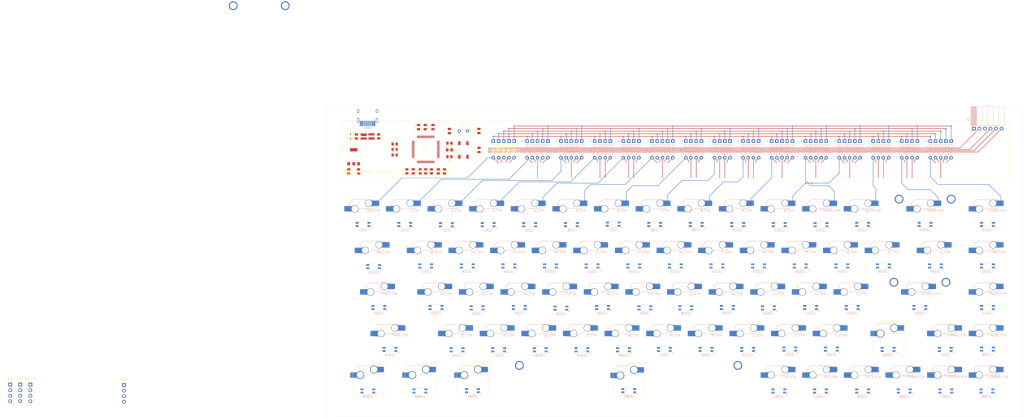
<source format=kicad_pcb>
(kicad_pcb
	(version 20241229)
	(generator "pcbnew")
	(generator_version "9.0")
	(general
		(thickness 1.6)
		(legacy_teardrops no)
	)
	(paper "A3")
	(layers
		(0 "F.Cu" signal)
		(4 "In1.Cu" signal)
		(6 "In2.Cu" signal)
		(2 "B.Cu" signal)
		(9 "F.Adhes" user "F.Adhesive")
		(11 "B.Adhes" user "B.Adhesive")
		(13 "F.Paste" user)
		(15 "B.Paste" user)
		(5 "F.SilkS" user "F.Silkscreen")
		(7 "B.SilkS" user "B.Silkscreen")
		(1 "F.Mask" user)
		(3 "B.Mask" user)
		(17 "Dwgs.User" user "User.Drawings")
		(19 "Cmts.User" user "User.Comments")
		(21 "Eco1.User" user "User.Eco1")
		(23 "Eco2.User" user "User.Eco2")
		(25 "Edge.Cuts" user)
		(27 "Margin" user)
		(31 "F.CrtYd" user "F.Courtyard")
		(29 "B.CrtYd" user "B.Courtyard")
		(35 "F.Fab" user)
		(33 "B.Fab" user)
		(39 "User.1" user)
		(41 "User.2" user)
		(43 "User.3" user)
		(45 "User.4" user)
		(47 "User.5" user)
		(49 "User.6" user)
		(51 "User.7" user)
		(53 "User.8" user)
		(55 "User.9" user)
	)
	(setup
		(stackup
			(layer "F.SilkS"
				(type "Top Silk Screen")
			)
			(layer "F.Paste"
				(type "Top Solder Paste")
			)
			(layer "F.Mask"
				(type "Top Solder Mask")
				(thickness 0.01)
			)
			(layer "F.Cu"
				(type "copper")
				(thickness 0.035)
			)
			(layer "dielectric 1"
				(type "prepreg")
				(thickness 0.1)
				(material "FR4")
				(epsilon_r 4.5)
				(loss_tangent 0.02)
			)
			(layer "In1.Cu"
				(type "copper")
				(thickness 0.035)
			)
			(layer "dielectric 2"
				(type "core")
				(thickness 1.24)
				(material "FR4")
				(epsilon_r 4.5)
				(loss_tangent 0.02)
			)
			(layer "In2.Cu"
				(type "copper")
				(thickness 0.035)
			)
			(layer "dielectric 3"
				(type "prepreg")
				(thickness 0.1)
				(material "FR4")
				(epsilon_r 4.5)
				(loss_tangent 0.02)
			)
			(layer "B.Cu"
				(type "copper")
				(thickness 0.035)
			)
			(layer "B.Mask"
				(type "Bottom Solder Mask")
				(thickness 0.01)
			)
			(layer "B.Paste"
				(type "Bottom Solder Paste")
			)
			(layer "B.SilkS"
				(type "Bottom Silk Screen")
			)
			(copper_finish "HAL lead-free")
			(dielectric_constraints no)
		)
		(pad_to_mask_clearance 0)
		(allow_soldermask_bridges_in_footprints no)
		(tenting front back)
		(grid_origin 44.85125 47.625)
		(pcbplotparams
			(layerselection 0x00000000_00000000_55555555_5755f5ff)
			(plot_on_all_layers_selection 0x00000000_00000000_00000000_00000000)
			(disableapertmacros no)
			(usegerberextensions no)
			(usegerberattributes yes)
			(usegerberadvancedattributes yes)
			(creategerberjobfile yes)
			(dashed_line_dash_ratio 12.000000)
			(dashed_line_gap_ratio 3.000000)
			(svgprecision 4)
			(plotframeref no)
			(mode 1)
			(useauxorigin no)
			(hpglpennumber 1)
			(hpglpenspeed 20)
			(hpglpendiameter 15.000000)
			(pdf_front_fp_property_popups yes)
			(pdf_back_fp_property_popups yes)
			(pdf_metadata yes)
			(pdf_single_document no)
			(dxfpolygonmode yes)
			(dxfimperialunits yes)
			(dxfusepcbnewfont yes)
			(psnegative no)
			(psa4output no)
			(plot_black_and_white yes)
			(sketchpadsonfab no)
			(plotpadnumbers no)
			(hidednponfab no)
			(sketchdnponfab yes)
			(crossoutdnponfab yes)
			(subtractmaskfromsilk no)
			(outputformat 1)
			(mirror no)
			(drillshape 1)
			(scaleselection 1)
			(outputdirectory "")
		)
	)
	(net 0 "")
	(net 1 "GND")
	(net 2 "+3.3V")
	(net 3 "+5V")
	(net 4 "Net-(D3-A)")
	(net 5 "Net-(D4-A)")
	(net 6 "Net-(D5-A)")
	(net 7 "Net-(D6-A)")
	(net 8 "Net-(D7-A)")
	(net 9 "Net-(D8-A)")
	(net 10 "Net-(D9-A)")
	(net 11 "Net-(D10-A)")
	(net 12 "Net-(D11-A)")
	(net 13 "Net-(D12-A)")
	(net 14 "Net-(D13-A)")
	(net 15 "Net-(D14-A)")
	(net 16 "Net-(D15-A)")
	(net 17 "Net-(D16-A)")
	(net 18 "Net-(D17-A)")
	(net 19 "Net-(D18-A)")
	(net 20 "Net-(D19-A)")
	(net 21 "Net-(D20-A)")
	(net 22 "Net-(D21-A)")
	(net 23 "Net-(D22-A)")
	(net 24 "Net-(D23-A)")
	(net 25 "Net-(D29-A)")
	(net 26 "Net-(D30-A)")
	(net 27 "Net-(D31-A)")
	(net 28 "Net-(D32-A)")
	(net 29 "Net-(D33-A)")
	(net 30 "Net-(D24-A)")
	(net 31 "Net-(D25-A)")
	(net 32 "Net-(D26-A)")
	(net 33 "Net-(D27-A)")
	(net 34 "Net-(D28-A)")
	(net 35 "Net-(D34-A)")
	(net 36 "/COL2")
	(net 37 "/COL3")
	(net 38 "/COL4")
	(net 39 "/COL5")
	(net 40 "/COL1")
	(net 41 "Net-(LED1-DOUT)")
	(net 42 "unconnected-(LED1-VDD-Pad1)")
	(net 43 "Net-(U1-OSCIN)")
	(net 44 "Net-(U1-OSCOUT)")
	(net 45 "Net-(U1-VCAP)")
	(net 46 "/NRST")
	(net 47 "/D+")
	(net 48 "/D-")
	(net 49 "/ROW1")
	(net 50 "/ROW2")
	(net 51 "/ROW3")
	(net 52 "/ROW4")
	(net 53 "/ROW5")
	(net 54 "Net-(D35-A)")
	(net 55 "unconnected-(LED1-VSS-Pad4)")
	(net 56 "/UART_TX_EAST")
	(net 57 "/UART_RX_EAST")
	(net 58 "Net-(U1-VDDA)")
	(net 59 "/RGB_DATAIN")
	(net 60 "Net-(D36-A)")
	(net 61 "Net-(D37-A)")
	(net 62 "Net-(D38-A)")
	(net 63 "Net-(D39-A)")
	(net 64 "Net-(D40-A)")
	(net 65 "Net-(D41-A)")
	(net 66 "Net-(D42-A)")
	(net 67 "Net-(D43-A)")
	(net 68 "Net-(D44-A)")
	(net 69 "Net-(D45-A)")
	(net 70 "Net-(D46-A)")
	(net 71 "Net-(D47-A)")
	(net 72 "Net-(D48-A)")
	(net 73 "Net-(D50-A)")
	(net 74 "Net-(D51-A)")
	(net 75 "Net-(D52-A)")
	(net 76 "Net-(D53-A)")
	(net 77 "Net-(D54-A)")
	(net 78 "Net-(D55-A)")
	(net 79 "Net-(D56-A)")
	(net 80 "Net-(D57-A)")
	(net 81 "Net-(D58-A)")
	(net 82 "/UART_TX_NORTH")
	(net 83 "/UART_RX_NORTH")
	(net 84 "Net-(USB1-CC2)")
	(net 85 "Net-(USB1-CC1)")
	(net 86 "Net-(U1-PA11)")
	(net 87 "Net-(U1-PA12)")
	(net 88 "Net-(U1-BOOT)")
	(net 89 "/JTCLK")
	(net 90 "Net-(J1-Pin_2)")
	(net 91 "/JTMS")
	(net 92 "Net-(J1-Pin_4)")
	(net 93 "Net-(J1-Pin_5)")
	(net 94 "Net-(J1-Pin_6)")
	(net 95 "/SWO")
	(net 96 "/UART_TX_SOUTH")
	(net 97 "/UART_RX_SOUTH")
	(net 98 "unconnected-(U1-PB12-Pad33)")
	(net 99 "AGND")
	(net 100 "Net-(D59-A)")
	(net 101 "/UART_TX_WEST")
	(net 102 "unconnected-(U1-PC14-Pad3)")
	(net 103 "unconnected-(U1-PC15-Pad4)")
	(net 104 "Net-(D60-A)")
	(net 105 "Net-(D61-A)")
	(net 106 "Net-(D62-A)")
	(net 107 "unconnected-(U1-PC1-Pad9)")
	(net 108 "unconnected-(U1-PC3-Pad11)")
	(net 109 "Net-(D64-A)")
	(net 110 "unconnected-(U1-PC2-Pad10)")
	(net 111 "Net-(D65-A)")
	(net 112 "Net-(D68-A)")
	(net 113 "/UART_RX_WEST")
	(net 114 "Net-(D71-A)")
	(net 115 "Net-(D72-A)")
	(net 116 "Net-(D73-A)")
	(net 117 "unconnected-(U1-PC0-Pad8)")
	(net 118 "unconnected-(U1-PC13-Pad2)")
	(net 119 "Net-(D2-A)")
	(net 120 "unconnected-(USB1-SBU2-Pad3)")
	(net 121 "unconnected-(USB1-SBU1-Pad9)")
	(net 122 "unconnected-(U1-PB8-Pad61)")
	(net 123 "unconnected-(U1-PB9-Pad62)")
	(net 124 "Net-(D74-A)")
	(net 125 "Net-(D75-A)")
	(net 126 "Net-(D76-A)")
	(net 127 "/COL12")
	(net 128 "/COL9")
	(net 129 "/COL10")
	(net 130 "/COL11")
	(net 131 "/COL6")
	(net 132 "/COL7")
	(net 133 "/COL8")
	(net 134 "/COL14")
	(net 135 "/COL13")
	(net 136 "/COL15")
	(net 137 "unconnected-(U1-PC4-Pad24)")
	(net 138 "unconnected-(LED1-DIN-Pad3)")
	(net 139 "Net-(LED2-DOUT)")
	(net 140 "unconnected-(LED2-VSS-Pad4)")
	(net 141 "unconnected-(LED2-VDD-Pad1)")
	(net 142 "unconnected-(LED3-VSS-Pad4)")
	(net 143 "unconnected-(LED3-VDD-Pad1)")
	(net 144 "Net-(LED3-DOUT)")
	(net 145 "unconnected-(LED4-VDD-Pad1)")
	(net 146 "unconnected-(LED4-VSS-Pad4)")
	(net 147 "Net-(LED4-DOUT)")
	(net 148 "unconnected-(LED5-VDD-Pad1)")
	(net 149 "Net-(LED5-DOUT)")
	(net 150 "unconnected-(LED5-VSS-Pad4)")
	(net 151 "unconnected-(LED6-VDD-Pad1)")
	(net 152 "unconnected-(LED6-VSS-Pad4)")
	(net 153 "Net-(LED6-DOUT)")
	(net 154 "unconnected-(LED7-VDD-Pad1)")
	(net 155 "unconnected-(LED7-VSS-Pad4)")
	(net 156 "Net-(LED7-DOUT)")
	(net 157 "Net-(LED8-DOUT)")
	(net 158 "unconnected-(LED8-VDD-Pad1)")
	(net 159 "unconnected-(LED8-VSS-Pad4)")
	(net 160 "Net-(LED10-DIN)")
	(net 161 "unconnected-(LED9-VDD-Pad1)")
	(net 162 "unconnected-(LED9-VSS-Pad4)")
	(net 163 "Net-(LED10-DOUT)")
	(net 164 "unconnected-(LED10-VDD-Pad1)")
	(net 165 "unconnected-(LED10-VSS-Pad4)")
	(net 166 "Net-(LED11-DOUT)")
	(net 167 "unconnected-(LED11-VDD-Pad1)")
	(net 168 "unconnected-(LED11-VSS-Pad4)")
	(net 169 "unconnected-(LED12-VDD-Pad1)")
	(net 170 "unconnected-(LED12-VSS-Pad4)")
	(net 171 "Net-(LED12-DOUT)")
	(net 172 "Net-(LED13-DOUT)")
	(net 173 "unconnected-(LED13-VSS-Pad4)")
	(net 174 "unconnected-(LED13-VDD-Pad1)")
	(net 175 "unconnected-(LED14-VDD-Pad1)")
	(net 176 "Net-(LED14-DOUT)")
	(net 177 "unconnected-(LED14-VSS-Pad4)")
	(net 178 "unconnected-(LED15-VSS-Pad4)")
	(net 179 "Net-(LED15-DOUT)")
	(net 180 "unconnected-(LED15-VDD-Pad1)")
	(net 181 "Net-(LED16-DOUT)")
	(net 182 "unconnected-(LED16-VDD-Pad1)")
	(net 183 "unconnected-(LED16-VSS-Pad4)")
	(net 184 "unconnected-(LED17-VDD-Pad1)")
	(net 185 "unconnected-(LED17-VSS-Pad4)")
	(net 186 "Net-(LED17-DOUT)")
	(net 187 "unconnected-(LED18-VDD-Pad1)")
	(net 188 "unconnected-(LED18-VSS-Pad4)")
	(net 189 "Net-(LED18-DOUT)")
	(net 190 "Net-(LED19-DOUT)")
	(net 191 "unconnected-(LED19-VDD-Pad1)")
	(net 192 "unconnected-(LED19-VSS-Pad4)")
	(net 193 "unconnected-(LED20-VSS-Pad4)")
	(net 194 "unconnected-(LED20-VDD-Pad1)")
	(net 195 "Net-(LED20-DOUT)")
	(net 196 "unconnected-(LED21-VSS-Pad4)")
	(net 197 "unconnected-(LED21-VDD-Pad1)")
	(net 198 "Net-(LED21-DOUT)")
	(net 199 "unconnected-(LED22-VSS-Pad4)")
	(net 200 "Net-(LED22-DOUT)")
	(net 201 "unconnected-(LED22-VDD-Pad1)")
	(net 202 "Net-(LED23-DOUT)")
	(net 203 "unconnected-(LED23-VDD-Pad1)")
	(net 204 "unconnected-(LED23-VSS-Pad4)")
	(net 205 "unconnected-(LED24-VDD-Pad1)")
	(net 206 "Net-(LED24-DOUT)")
	(net 207 "unconnected-(LED24-VSS-Pad4)")
	(net 208 "unconnected-(LED25-VSS-Pad4)")
	(net 209 "unconnected-(LED25-VDD-Pad1)")
	(net 210 "Net-(LED25-DOUT)")
	(net 211 "Net-(LED26-DOUT)")
	(net 212 "unconnected-(LED26-VSS-Pad4)")
	(net 213 "unconnected-(LED26-VDD-Pad1)")
	(net 214 "unconnected-(LED27-VSS-Pad4)")
	(net 215 "unconnected-(LED27-VDD-Pad1)")
	(net 216 "Net-(LED27-DOUT)")
	(net 217 "unconnected-(LED28-VSS-Pad4)")
	(net 218 "unconnected-(LED28-VDD-Pad1)")
	(net 219 "Net-(LED28-DOUT)")
	(net 220 "unconnected-(LED29-VDD-Pad1)")
	(net 221 "Net-(LED29-DOUT)")
	(net 222 "unconnected-(LED29-VSS-Pad4)")
	(net 223 "Net-(LED30-DOUT)")
	(net 224 "unconnected-(LED30-VSS-Pad4)")
	(net 225 "unconnected-(LED30-VDD-Pad1)")
	(net 226 "Net-(LED31-DOUT)")
	(net 227 "unconnected-(LED31-VSS-Pad4)")
	(net 228 "unconnected-(LED31-VDD-Pad1)")
	(net 229 "unconnected-(LED32-VSS-Pad4)")
	(net 230 "unconnected-(LED32-VDD-Pad1)")
	(net 231 "Net-(LED32-DOUT)")
	(net 232 "unconnected-(LED33-VSS-Pad4)")
	(net 233 "unconnected-(LED33-VDD-Pad1)")
	(net 234 "Net-(LED33-DOUT)")
	(net 235 "unconnected-(LED34-VDD-Pad1)")
	(net 236 "Net-(LED34-DOUT)")
	(net 237 "unconnected-(LED34-VSS-Pad4)")
	(net 238 "unconnected-(LED35-VSS-Pad4)")
	(net 239 "Net-(LED35-DOUT)")
	(net 240 "unconnected-(LED35-VDD-Pad1)")
	(net 241 "Net-(LED36-DOUT)")
	(net 242 "unconnected-(LED36-VDD-Pad1)")
	(net 243 "unconnected-(LED36-VSS-Pad4)")
	(net 244 "unconnected-(LED37-VSS-Pad4)")
	(net 245 "unconnected-(LED37-VDD-Pad1)")
	(net 246 "Net-(LED37-DOUT)")
	(net 247 "unconnected-(LED38-VSS-Pad4)")
	(net 248 "unconnected-(LED38-VDD-Pad1)")
	(net 249 "Net-(LED38-DOUT)")
	(net 250 "unconnected-(LED39-VDD-Pad1)")
	(net 251 "Net-(LED39-DOUT)")
	(net 252 "unconnected-(LED39-VSS-Pad4)")
	(net 253 "Net-(LED40-DOUT)")
	(net 254 "unconnected-(LED40-VSS-Pad4)")
	(net 255 "unconnected-(LED40-VDD-Pad1)")
	(net 256 "unconnected-(LED41-VSS-Pad4)")
	(net 257 "Net-(LED41-DOUT)")
	(net 258 "unconnected-(LED41-VDD-Pad1)")
	(net 259 "unconnected-(LED42-VDD-Pad1)")
	(net 260 "unconnected-(LED42-VSS-Pad4)")
	(net 261 "Net-(LED42-DOUT)")
	(net 262 "unconnected-(LED43-VSS-Pad4)")
	(net 263 "unconnected-(LED43-VDD-Pad1)")
	(net 264 "Net-(LED43-DOUT)")
	(net 265 "Net-(LED44-DOUT)")
	(net 266 "unconnected-(LED44-VSS-Pad4)")
	(net 267 "unconnected-(LED44-VDD-Pad1)")
	(net 268 "Net-(LED45-DOUT)")
	(net 269 "unconnected-(LED45-VSS-Pad4)")
	(net 270 "unconnected-(LED45-VDD-Pad1)")
	(net 271 "Net-(LED46-DOUT)")
	(net 272 "unconnected-(LED46-VDD-Pad1)")
	(net 273 "unconnected-(LED46-VSS-Pad4)")
	(net 274 "Net-(LED47-DOUT)")
	(net 275 "unconnected-(LED47-VSS-Pad4)")
	(net 276 "unconnected-(LED47-VDD-Pad1)")
	(net 277 "unconnected-(LED48-VDD-Pad1)")
	(net 278 "unconnected-(LED48-VSS-Pad4)")
	(net 279 "Net-(LED48-DOUT)")
	(net 280 "unconnected-(LED49-VDD-Pad1)")
	(net 281 "unconnected-(LED49-VSS-Pad4)")
	(net 282 "Net-(LED49-DOUT)")
	(net 283 "Net-(LED50-DOUT)")
	(net 284 "unconnected-(LED50-VDD-Pad1)")
	(net 285 "unconnected-(LED50-VSS-Pad4)")
	(net 286 "unconnected-(LED51-VDD-Pad1)")
	(net 287 "unconnected-(LED51-VSS-Pad4)")
	(net 288 "Net-(LED51-DOUT)")
	(net 289 "unconnected-(LED52-VDD-Pad1)")
	(net 290 "Net-(LED52-DOUT)")
	(net 291 "unconnected-(LED52-VSS-Pad4)")
	(net 292 "unconnected-(LED53-VDD-Pad1)")
	(net 293 "unconnected-(LED53-VSS-Pad4)")
	(net 294 "Net-(LED53-DOUT)")
	(net 295 "Net-(LED54-DOUT)")
	(net 296 "unconnected-(LED54-VDD-Pad1)")
	(net 297 "unconnected-(LED54-VSS-Pad4)")
	(net 298 "unconnected-(LED55-VDD-Pad1)")
	(net 299 "unconnected-(LED55-VSS-Pad4)")
	(net 300 "Net-(LED55-DOUT)")
	(net 301 "unconnected-(LED56-VDD-Pad1)")
	(net 302 "Net-(LED56-DOUT)")
	(net 303 "unconnected-(LED56-VSS-Pad4)")
	(net 304 "unconnected-(LED57-VDD-Pad1)")
	(net 305 "Net-(LED57-DOUT)")
	(net 306 "unconnected-(LED57-VSS-Pad4)")
	(net 307 "Net-(LED58-DOUT)")
	(net 308 "unconnected-(LED58-VDD-Pad1)")
	(net 309 "unconnected-(LED58-VSS-Pad4)")
	(net 310 "unconnected-(LED59-VDD-Pad1)")
	(net 311 "Net-(LED59-DOUT)")
	(net 312 "unconnected-(LED59-VSS-Pad4)")
	(net 313 "Net-(LED60-DOUT)")
	(net 314 "unconnected-(LED60-VDD-Pad1)")
	(net 315 "unconnected-(LED60-VSS-Pad4)")
	(net 316 "Net-(LED61-DOUT)")
	(net 317 "unconnected-(LED61-VSS-Pad4)")
	(net 318 "unconnected-(LED61-VDD-Pad1)")
	(net 319 "unconnected-(LED62-VDD-Pad1)")
	(net 320 "unconnected-(LED62-VSS-Pad4)")
	(net 321 "Net-(LED62-DOUT)")
	(net 322 "unconnected-(LED63-VDD-Pad1)")
	(net 323 "unconnected-(LED63-VSS-Pad4)")
	(net 324 "Net-(LED63-DOUT)")
	(net 325 "unconnected-(LED64-VDD-Pad1)")
	(net 326 "unconnected-(LED64-VSS-Pad4)")
	(net 327 "Net-(LED64-DOUT)")
	(net 328 "unconnected-(LED65-VDD-Pad1)")
	(net 329 "Net-(LED65-DOUT)")
	(net 330 "unconnected-(LED65-VSS-Pad4)")
	(net 331 "unconnected-(LED66-VSS-Pad4)")
	(net 332 "Net-(LED66-DOUT)")
	(net 333 "unconnected-(LED66-VDD-Pad1)")
	(net 334 "unconnected-(LED67-VSS-Pad4)")
	(net 335 "unconnected-(LED67-VDD-Pad1)")
	(net 336 "Net-(LED67-DOUT)")
	(net 337 "unconnected-(LED68-VDD-Pad1)")
	(net 338 "unconnected-(LED68-VSS-Pad4)")
	(net 339 "unconnected-(LED68-DOUT-Pad2)")
	(net 340 "unconnected-(U1-PA6-Pad22)")
	(net 341 "unconnected-(U1-PA4-Pad20)")
	(net 342 "unconnected-(U1-PA7-Pad23)")
	(footprint "PCM_Resistor_SMD_AKL:R_0805_2012Metric" (layer "F.Cu") (at 87.60825 77.925 90))
	(footprint "PCM_Capacitor_SMD_AKL:C_0805_2012Metric" (layer "F.Cu") (at 54.85125 77.95 90))
	(footprint "PCM_marbastlib-mx:STAB_MX_P_2u" (layer "F.Cu") (at 318.695 97.63125))
	(footprint "PCM_Resistor_SMD_AKL:R_0805_2012Metric" (layer "F.Cu") (at 100.95125 65.025 180))
	(footprint "PCM_Diode_THT_AKL:D_DO-35_SOD27_P7.62mm_Horizontal" (layer "F.Cu") (at 123.4325 64.055625 -90))
	(footprint "PCM_Diode_THT_AKL:D_DO-35_SOD27_P7.62mm_Horizontal" (layer "F.Cu") (at 121.05125 64.055625 -90))
	(footprint "PCM_Switch_Keyboard_Hotswap_Kailh:SW_Hotswap_Kailh_MX_Plated_1.25u" (layer "F.Cu") (at 111.52625 173.83125))
	(footprint "PCM_Switch_Keyboard_Hotswap_Kailh:SW_Hotswap_Kailh_MX_Plated_1.25u" (layer "F.Cu") (at 182.96375 173.99))
	(footprint "Connector_PinSocket_2.54mm:PinSocket_1x04_P2.54mm_Vertical" (layer "F.Cu") (at -95.500606 175.67325))
	(footprint "PCM_Resistor_SMD_AKL:R_0805_2012Metric" (layer "F.Cu") (at 92.70825 77.925 90))
	(footprint "PCM_Resistor_SMD_AKL:R_0805_2012Metric" (layer "F.Cu") (at 81.47625 77.925 90))
	(footprint "Connector_PinSocket_2.54mm:PinSocket_1x04_P2.54mm_Vertical" (layer "F.Cu") (at -48.0175 175.895))
	(footprint "PCM_marbastlib-mx:STAB_MX_2.25u" (layer "F.Cu") (at 73.42625 154.78125))
	(footprint "PCM_marbastlib-mx:STAB_MX_P_6.25u" (layer "F.Cu") (at 182.96375 173.83125))
	(footprint "PCM_Resistor_SMD_AKL:R_0805_2012Metric" (layer "F.Cu") (at 75.87625 65.425))
	(footprint "PCM_marbastlib-mx:STAB_MX_P_2.25u" (layer "F.Cu") (at 316.31375 135.73125))
	(footprint "PCM_Capacitor_SMD_AKL:C_0805_2012Metric" (layer "F.Cu") (at 93.40125 57.65 90))
	(footprint "PCM_Resistor_SMD_AKL:R_0805_2012Metric" (layer "F.Cu") (at 75.87625 70.425))
	(footprint "PCM_Capacitor_SMD_AKL:C_0805_2012Metric" (layer "F.Cu") (at 100.95125 59.475 90))
	(footprint "PCM_Diode_THT_AKL:D_DO-35_SOD27_P7.62mm_Horizontal" (layer "F.Cu") (at 125.81375 64.055625 -90))
	(footprint "PCM_Capacitor_SMD_AKL:C_0805_2012Metric" (layer "F.Cu") (at 89.85125 57.65 -90))
	(footprint "PCM_Capacitor_SMD_AKL:C_0805_2012Metric" (layer "F.Cu") (at 84.35125 77.925 -90))
	(footprint "PCM_Switch_Keyboard_Hotswap_Kailh:SW_Hotswap_Kailh_MX_Plated_1.25u" (layer "F.Cu") (at 63.90125 173.83125))
	(footprint "PCM_marbastlib-various:SW_SPST_SKQG_WithStem" (layer "F.Cu") (at 107.34125 68.125 90))
	(footprint "PCM_Diode_THT_AKL:D_DO-35_SOD27_P7.62mm_Horizontal" (layer "F.Cu") (at 128.195 64.055625 -90))
	(footprint "PCM_Diode_SMD_AKL:D_SOD-323" (layer "F.Cu") (at 55.65125 61.925 90))
	(footprint "PCM_marbastlib-mx:STAB_MX_P_2u" (layer "F.Cu") (at 13.90625 8.985))
	(footprint "PCM_Switch_Keyboard_Hotswap_Kailh:SW_Hotswap_Kailh_MX_Plated_1.25u"
		(layer "F.Cu")
		(uuid "834c1dd2-efdb-4b79-8f45-a2157810891a")
		(at 87.71375 173.83125)
		(descr "Kailh keyswitch Hotswap Socket plated holes Keycap 1.25u")
		(tags "Kailh Keyboard Keyswitch Switch Hotswap Socket Plated Relief Cutout Keycap 1.25u")
		(property "Reference" "KEY_WIN1"
			(at 4.52 -8 0)
			(layer "F.SilkS")
			(uuid "98d124cb-bc44-4fe7-8d69-387f701bb3fb")
			(effects
				(font
					(size 1 1)
					(thickness 0.15)
				)
			)
		)
		(property "Value" "MX_SW_HS"
			(at 0 8 0)
			(layer "F.Fab")
			(uuid "d2e384e7-e910-4136-b53b-331a600fcbbf")
			(effects
				(font
					(size 1 1)
					(thickness 0.15)
				)
			)
		)
		(property "Datasheet" "~"
			(at 0 0 0)
			(layer "F.Fab")
			(hide yes)
			(uuid "cb5f47b1-f7fb-42f9-b47d-5e291712d106")
			(effects
				(font
					(size 1.27 1.27)
					(thickness 0.15)
				)
			)
		)
		(property "Description" "Push button switch, normally open, two pins, 45° tilted, Kailh CPG151101S11 for Cherry MX style switches"
			(at 0 0 0)
			(layer "F.Fab")
			(hide yes)
			(uuid "8f69c746-3835-47a9-9324-c89eec1544ba")
			(effects
				(font
					(size 1.27 1.27)
					(thickness 0.15)
				)
			)
		)
		(path "/1d905906-6e74-4741-8b2e-53dc470a7c79/845bb780-6e16-47cd-a15e-538adef12cb0")
		(sheetname "/Keymatrix/")
		(
... [2157479 chars truncated]
</source>
